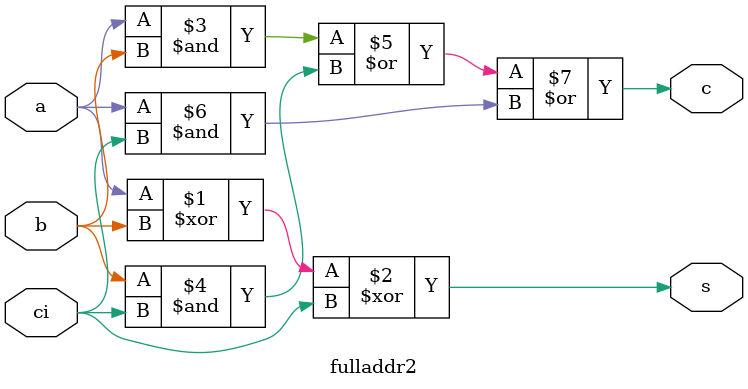
<source format=v>
module fulladdr2(input a, input b, input ci, output s, output c);
assign s = (a^b)^ci;
assign c = a&b | b&ci | a&ci;
endmodule
</source>
